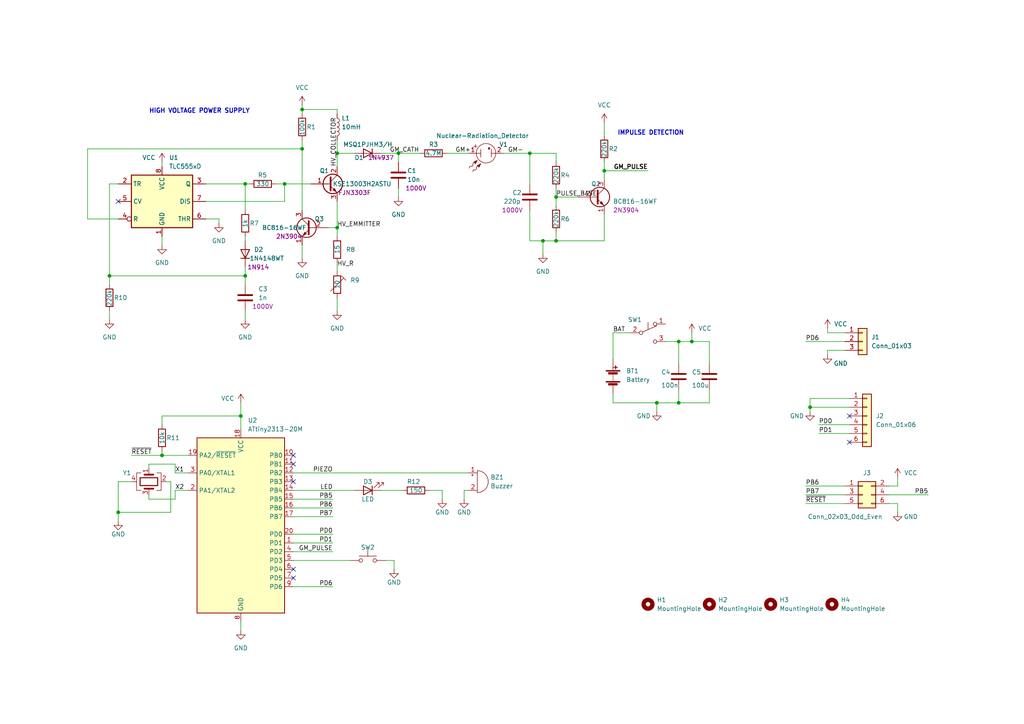
<source format=kicad_sch>
(kicad_sch (version 20211123) (generator eeschema)
  (paper "A4")
  (lib_symbols
    (symbol "Connector_Generic:Conn_01x03" (pin_names (offset 1.016) hide)
      (property "Reference" "J" (at 0 5.08 0))
      (property "Value" "Conn_01x03" (at 0 -5.08 0))
      (symbol "Conn_01x03_1_1"
        (rectangle (start -1.27 -2.413) (end 0 -2.667) (stroke (width 0.1524)))
        (rectangle (start -1.27 0.127) (end 0 -0.127) (stroke (width 0.1524)))
        (rectangle (start -1.27 2.667) (end 0 2.413) (stroke (width 0.1524)))
        (rectangle (start -1.27 3.81) (end 1.27 -3.81) (stroke (width 0.254)) (fill (type background)))
        (pin passive line (at -5.08 2.54 0) (length 3.81) (name "Pin_1") (number "1"))
        (pin passive line (at -5.08 0 0) (length 3.81) (name "Pin_2") (number "2"))
        (pin passive line (at -5.08 -2.54 0) (length 3.81) (name "Pin_3") (number "3"))
      )
    )
    (symbol "Connector_Generic:Conn_01x06" (pin_names (offset 1.016) hide)
      (property "Reference" "J" (at 0 7.62 0))
      (property "Value" "Conn_01x06" (at 0 -10.16 0))
      (symbol "Conn_01x06_1_1"
        (rectangle (start -1.27 -7.493) (end 0 -7.747) (stroke (width 0.1524)))
        (rectangle (start -1.27 -4.953) (end 0 -5.207) (stroke (width 0.1524)))
        (rectangle (start -1.27 -2.413) (end 0 -2.667) (stroke (width 0.1524)))
        (rectangle (start -1.27 0.127) (end 0 -0.127) (stroke (width 0.1524)))
        (rectangle (start -1.27 2.667) (end 0 2.413) (stroke (width 0.1524)))
        (rectangle (start -1.27 5.207) (end 0 4.953) (stroke (width 0.1524)))
        (rectangle (start -1.27 6.35) (end 1.27 -8.89) (stroke (width 0.254)) (fill (type background)))
        (pin passive line (at -5.08 5.08 0) (length 3.81) (name "Pin_1") (number "1"))
        (pin passive line (at -5.08 2.54 0) (length 3.81) (name "Pin_2") (number "2"))
        (pin passive line (at -5.08 0 0) (length 3.81) (name "Pin_3") (number "3"))
        (pin passive line (at -5.08 -2.54 0) (length 3.81) (name "Pin_4") (number "4"))
        (pin passive line (at -5.08 -5.08 0) (length 3.81) (name "Pin_5") (number "5"))
        (pin passive line (at -5.08 -7.62 0) (length 3.81) (name "Pin_6") (number "6"))
      )
    )
    (symbol "Connector_Generic:Conn_02x03_Odd_Even" (pin_names (offset 1.016) hide)
      (property "Reference" "J" (at 1.27 5.08 0))
      (property "Value" "Conn_02x03_Odd_Even" (at 1.27 -5.08 0))
      (symbol "Conn_02x03_Odd_Even_1_1"
        (rectangle (start -1.27 -2.413) (end 0 -2.667) (stroke (width 0.1524)))
        (rectangle (start -1.27 0.127) (end 0 -0.127) (stroke (width 0.1524)))
        (rectangle (start -1.27 2.667) (end 0 2.413) (stroke (width 0.1524)))
        (rectangle (start -1.27 3.81) (end 3.81 -3.81) (stroke (width 0.254)) (fill (type background)))
        (rectangle (start 3.81 -2.413) (end 2.54 -2.667) (stroke (width 0.1524)))
        (rectangle (start 3.81 0.127) (end 2.54 -0.127) (stroke (width 0.1524)))
        (rectangle (start 3.81 2.667) (end 2.54 2.413) (stroke (width 0.1524)))
        (pin passive line (at -5.08 2.54 0) (length 3.81) (name "Pin_1") (number "1"))
        (pin passive line (at 7.62 2.54 180) (length 3.81) (name "Pin_2") (number "2"))
        (pin passive line (at -5.08 0 0) (length 3.81) (name "Pin_3") (number "3"))
        (pin passive line (at 7.62 0 180) (length 3.81) (name "Pin_4") (number "4"))
        (pin passive line (at -5.08 -2.54 0) (length 3.81) (name "Pin_5") (number "5"))
        (pin passive line (at 7.62 -2.54 180) (length 3.81) (name "Pin_6") (number "6"))
      )
    )
    (symbol "Device:Battery" (pin_numbers hide) (pin_names (offset 0) hide)
      (property "Reference" "BT" (at 2.54 2.54 0))
      (property "Value" "Battery" (at 2.54 0 0))
      (symbol "Battery_0_1"
        (rectangle (start -2.032 -1.397) (end 2.032 -1.651) (fill (type outline)))
        (rectangle (start -2.032 1.778) (end 2.032 1.524) (fill (type outline)))
        (rectangle (start -1.3208 -1.9812) (end 1.27 -2.4892) (fill (type outline)))
        (rectangle (start -1.3208 1.1938) (end 1.27 0.6858) (fill (type outline)))
        (polyline (pts (xy 0 -1.524) (xy 0 -1.27)))
        (polyline (pts (xy 0 -1.016) (xy 0 -0.762)))
        (polyline (pts (xy 0 -0.508) (xy 0 -0.254)))
        (polyline (pts (xy 0 0) (xy 0 0.254)))
        (polyline (pts (xy 0 0.508) (xy 0 0.762)))
        (polyline (pts (xy 0 1.778) (xy 0 2.54)))
        (polyline (pts (xy 0.254 2.667) (xy 1.27 2.667)) (stroke (width 0.254)))
        (polyline (pts (xy 0.762 3.175) (xy 0.762 2.159)) (stroke (width 0.254)))
      )
      (symbol "Battery_1_1"
        (pin passive line (at 0 5.08 270) (length 2.54) (name "+") (number "1"))
        (pin passive line (at 0 -5.08 90) (length 2.54) (name "-") (number "2"))
      )
    )
    (symbol "Device:Buzzer" (pin_names (offset 0.0254) hide)
      (property "Reference" "BZ" (at 3.81 1.27 0))
      (property "Value" "Buzzer" (at 3.81 -1.27 0))
      (symbol "Buzzer_0_1"
        (arc (start 0 -3.175) (mid 3.175 0) (end 0 3.175))
        (polyline (pts (xy -1.651 1.905) (xy -1.143 1.905)))
        (polyline (pts (xy -1.397 2.159) (xy -1.397 1.651)))
        (polyline (pts (xy 0 3.175) (xy 0 -3.175)))
      )
      (symbol "Buzzer_1_1"
        (pin passive line (at -2.54 2.54 0) (length 2.54) (name "-") (number "1"))
        (pin passive line (at -2.54 -2.54 0) (length 2.54) (name "+") (number "2"))
      )
    )
    (symbol "Device:C" (pin_numbers hide) (pin_names (offset 0.254))
      (property "Reference" "C" (at 0.635 2.54 0))
      (property "Value" "C" (at 0.635 -2.54 0))
      (symbol "C_0_1"
        (polyline (pts (xy -2.032 -0.762) (xy 2.032 -0.762)) (stroke (width 0.508)))
        (polyline (pts (xy -2.032 0.762) (xy 2.032 0.762)) (stroke (width 0.508)))
      )
      (symbol "C_1_1"
        (pin passive line (at 0 3.81 270) (length 2.794) (name "~") (number "1"))
        (pin passive line (at 0 -3.81 90) (length 2.794) (name "~") (number "2"))
      )
    )
    (symbol "Device:Crystal_GND24" (pin_names (offset 1.016) hide)
      (property "Reference" "Y" (at 3.175 5.08 0))
      (property "Value" "Crystal_GND24" (at 3.175 3.175 0))
      (symbol "Crystal_GND24_0_1"
        (rectangle (start -1.143 2.54) (end 1.143 -2.54) (stroke (width 0.3048)))
        (polyline (pts (xy -2.54 0) (xy -2.032 0)))
        (polyline (pts (xy -2.032 -1.27) (xy -2.032 1.27)) (stroke (width 0.508)))
        (polyline (pts (xy 0 -3.81) (xy 0 -3.556)))
        (polyline (pts (xy 0 3.556) (xy 0 3.81)))
        (polyline (pts (xy 2.032 -1.27) (xy 2.032 1.27)) (stroke (width 0.508)))
        (polyline (pts (xy 2.032 0) (xy 2.54 0)))
        (polyline (pts (xy -2.54 -2.286) (xy -2.54 -3.556) (xy 2.54 -3.556) (xy 2.54 -2.286)))
        (polyline (pts (xy -2.54 2.286) (xy -2.54 3.556) (xy 2.54 3.556) (xy 2.54 2.286)))
      )
      (symbol "Crystal_GND24_1_1"
        (pin passive line (at -3.81 0 0) (length 1.27) (name "1") (number "1"))
        (pin passive line (at 0 5.08 270) (length 1.27) (name "2") (number "2"))
        (pin passive line (at 3.81 0 180) (length 1.27) (name "3") (number "3"))
        (pin passive line (at 0 -5.08 90) (length 1.27) (name "4") (number "4"))
      )
    )
    (symbol "Device:L" (pin_numbers hide) (pin_names (offset 1.016) hide)
      (property "Reference" "L" (at -1.27 0 90))
      (property "Value" "L" (at 1.905 0 90))
      (symbol "L_0_1"
        (arc (start 0 -2.54) (mid 0.635 -1.905) (end 0 -1.27))
        (arc (start 0 -1.27) (mid 0.635 -0.635) (end 0 0))
        (arc (start 0 0) (mid 0.635 0.635) (end 0 1.27))
        (arc (start 0 1.27) (mid 0.635 1.905) (end 0 2.54))
      )
      (symbol "L_1_1"
        (pin passive line (at 0 3.81 270) (length 1.27) (name "1") (number "1"))
        (pin passive line (at 0 -3.81 90) (length 1.27) (name "2") (number "2"))
      )
    )
    (symbol "Device:LED" (pin_numbers hide) (pin_names (offset 1.016) hide)
      (property "Reference" "D" (at 0 2.54 0))
      (property "Value" "LED" (at 0 -2.54 0))
      (symbol "LED_0_1"
        (polyline (pts (xy -1.27 -1.27) (xy -1.27 1.27)) (stroke (width 0.254)))
        (polyline (pts (xy -1.27 0) (xy 1.27 0)))
        (polyline (pts (xy 1.27 -1.27) (xy 1.27 1.27) (xy -1.27 0) (xy 1.27 -1.27)) (stroke (width 0.254)))
        (polyline (pts (xy -3.048 -0.762) (xy -4.572 -2.286) (xy -3.81 -2.286) (xy -4.572 -2.286) (xy -4.572 -1.524)))
        (polyline (pts (xy -1.778 -0.762) (xy -3.302 -2.286) (xy -2.54 -2.286) (xy -3.302 -2.286) (xy -3.302 -1.524)))
      )
      (symbol "LED_1_1"
        (pin passive line (at -3.81 0 0) (length 2.54) (name "K") (number "1"))
        (pin passive line (at 3.81 0 180) (length 2.54) (name "A") (number "2"))
      )
    )
    (symbol "Device:R" (pin_numbers hide) (pin_names (offset 0))
      (property "Reference" "R" (at 2.032 0 90))
      (property "Value" "R" (at 0 0 90))
      (symbol "R_0_1"
        (rectangle (start -1.016 -2.54) (end 1.016 2.54) (stroke (width 0.254)))
      )
      (symbol "R_1_1"
        (pin passive line (at 0 3.81 270) (length 1.27) (name "~") (number "1"))
        (pin passive line (at 0 -3.81 90) (length 1.27) (name "~") (number "2"))
      )
    )
    (symbol "Device:R_Trim" (pin_numbers hide) (pin_names (offset 0))
      (property "Reference" "R" (at 2.54 -2.54 90))
      (property "Value" "R_Trim" (at -2.54 -0.635 90))
      (symbol "R_Trim_0_1"
        (rectangle (start -1.016 -2.54) (end 1.016 2.54) (stroke (width 0.254)))
        (polyline (pts (xy -1.905 -1.905) (xy 1.905 1.905) (xy 2.54 1.27) (xy 1.27 2.54)))
      )
      (symbol "R_Trim_1_1"
        (pin passive line (at 0 3.81 270) (length 1.27) (name "~") (number "1"))
        (pin passive line (at 0 -3.81 90) (length 1.27) (name "~") (number "2"))
      )
    )
    (symbol "Diode:1N914" (pin_numbers hide) (pin_names (offset 1.016) hide)
      (property "Reference" "D" (at 0 2.54 0))
      (property "Value" "1N914" (at 0 -2.54 0))
      (symbol "1N914_0_1"
        (polyline (pts (xy -1.27 1.27) (xy -1.27 -1.27)) (stroke (width 0.254)))
        (polyline (pts (xy 1.27 0) (xy -1.27 0)))
        (polyline (pts (xy 1.27 1.27) (xy 1.27 -1.27) (xy -1.27 0) (xy 1.27 1.27)) (stroke (width 0.254)))
      )
      (symbol "1N914_1_1"
        (pin passive line (at -3.81 0 0) (length 2.54) (name "K") (number "1"))
        (pin passive line (at 3.81 0 180) (length 2.54) (name "A") (number "2"))
      )
    )
    (symbol "Diode:BA158" (pin_numbers hide) (pin_names (offset 1.016) hide)
      (property "Reference" "D" (at 0 2.54 0))
      (property "Value" "BA158" (at 0 -2.54 0))
      (symbol "BA158_0_1"
        (polyline (pts (xy -1.27 1.27) (xy -1.27 -1.27)) (stroke (width 0.254)))
        (polyline (pts (xy 1.27 0) (xy -1.27 0)))
        (polyline (pts (xy 1.27 1.27) (xy 1.27 -1.27) (xy -1.27 0) (xy 1.27 1.27)) (stroke (width 0.254)))
      )
      (symbol "BA158_1_1"
        (pin passive line (at -3.81 0 0) (length 2.54) (name "K") (number "1"))
        (pin passive line (at 3.81 0 180) (length 2.54) (name "A") (number "2"))
      )
    )
    (symbol "MCU_Microchip_ATtiny:ATtiny2313-20M"
      (property "Reference" "U" (at -12.7 26.67 0))
      (property "Value" "ATtiny2313-20M" (at 2.54 -26.67 0))
      (symbol "ATtiny2313-20M_0_1"
        (rectangle (start -12.7 -25.4) (end 12.7 25.4) (stroke (width 0.254)) (fill (type background)))
      )
      (symbol "ATtiny2313-20M_1_1"
        (pin bidirectional line (at 15.24 -5.08 180) (length 2.54) (name "PD1") (number "1"))
        (pin bidirectional line (at 15.24 20.32 180) (length 2.54) (name "PB0") (number "10"))
        (pin bidirectional line (at 15.24 17.78 180) (length 2.54) (name "PB1") (number "11"))
        (pin bidirectional line (at 15.24 15.24 180) (length 2.54) (name "PB2") (number "12"))
        (pin bidirectional line (at 15.24 12.7 180) (length 2.54) (name "PB3") (number "13"))
        (pin bidirectional line (at 15.24 10.16 180) (length 2.54) (name "PB4") (number "14"))
        (pin bidirectional line (at 15.24 7.62 180) (length 2.54) (name "PB5") (number "15"))
        (pin bidirectional line (at 15.24 5.08 180) (length 2.54) (name "PB6") (number "16"))
        (pin bidirectional line (at 15.24 2.54 180) (length 2.54) (name "PB7") (number "17"))
        (pin power_in line (at 0 27.94 270) (length 2.54) (name "VCC") (number "18"))
        (pin bidirectional line (at -15.24 20.32 0) (length 2.54) (name "PA2/~{RESET}") (number "19"))
        (pin bidirectional line (at -15.24 10.16 0) (length 2.54) (name "PA1/XTAL2") (number "2"))
        (pin bidirectional line (at 15.24 -2.54 180) (length 2.54) (name "PD0") (number "20"))
        (pin passive line (at 0 -27.94 90) (length 2.54) hide (name "GND") (number "21"))
        (pin bidirectional line (at -15.24 15.24 0) (length 2.54) (name "PA0/XTAL1") (number "3"))
        (pin bidirectional line (at 15.24 -7.62 180) (length 2.54) (name "PD2") (number "4"))
        (pin bidirectional line (at 15.24 -10.16 180) (length 2.54) (name "PD3") (number "5"))
        (pin bidirectional line (at 15.24 -12.7 180) (length 2.54) (name "PD4") (number "6"))
        (pin bidirectional line (at 15.24 -15.24 180) (length 2.54) (name "PD5") (number "7"))
        (pin power_in line (at 0 -27.94 90) (length 2.54) (name "GND") (number "8"))
        (pin bidirectional line (at 15.24 -17.78 180) (length 2.54) (name "PD6") (number "9"))
      )
    )
    (symbol "Mechanical:MountingHole" (pin_names (offset 1.016))
      (property "Reference" "H" (at 0 5.08 0))
      (property "Value" "MountingHole" (at 0 3.175 0))
      (symbol "MountingHole_0_1"
        (circle (center 0 0) (radius 1.27) (stroke (width 1.27)))
      )
    )
    (symbol "Sensor:Nuclear-Radiation_Detector" (pin_names (offset 0) hide)
      (property "Reference" "V" (at 5.08 1.27 0))
      (property "Value" "Nuclear-Radiation_Detector" (at 5.08 -1.27 0))
      (symbol "Nuclear-Radiation_Detector_0_0"
        (text "+" (at 2.032 3.175 0) (effects (font (size 1.27 1.27))))
      )
      (symbol "Nuclear-Radiation_Detector_0_1"
        (arc (start -2.794 3.302) (mid -2.891 3.713) (end -3.302 3.81))
        (polyline (pts (xy -1.143 -1.524) (xy 1.143 -1.524)))
        (polyline (pts (xy -1.143 1.524) (xy 1.143 1.524)))
        (polyline (pts (xy 0 -1.524) (xy 0 -2.54)))
        (polyline (pts (xy 0 2.54) (xy 0 1.524)))
        (polyline (pts (xy -2.54 3.556) (xy -3.048 3.048) (xy -2.032 2.54) (xy -2.54 3.556)) (fill (type outline)))
        (circle (center 0 0) (radius 2.8194))
        (circle (center 1.397 -0.889) (radius 0.254) (fill (type outline)))
      )
      (symbol "Nuclear-Radiation_Detector_1_1"
        (arc (start -4.826 3.302) (mid -4.923 3.713) (end -5.334 3.81))
        (arc (start -4.826 3.302) (mid -4.729 2.891) (end -4.318 2.794))
        (arc (start -3.81 2.286) (mid -3.907 2.697) (end -4.318 2.794))
        (arc (start -3.81 4.318) (mid -3.907 4.729) (end -4.318 4.826))
        (arc (start -3.81 4.318) (mid -3.713 3.907) (end -3.302 3.81))
        (polyline (pts (xy -3.556 2.54) (xy -4.064 2.032) (xy -3.048 1.524) (xy -3.556 2.54)) (fill (type outline)))
        (pin passive line (at 0 5.08 270) (length 2.54) (name "1") (number "1"))
        (pin passive line (at 0 -5.08 90) (length 2.54) (name "2") (number "2"))
      )
    )
    (symbol "Switch:SW_Push" (pin_numbers hide) (pin_names (offset 1.016) hide)
      (property "Reference" "SW" (at 1.27 2.54 0))
      (property "Value" "SW_Push" (at 0 -1.524 0))
      (symbol "SW_Push_0_1"
        (circle (center -2.032 0) (radius 0.508))
        (polyline (pts (xy 0 1.27) (xy 0 3.048)))
        (polyline (pts (xy 2.54 1.27) (xy -2.54 1.27)))
        (circle (center 2.032 0) (radius 0.508))
        (pin passive line (at -5.08 0 0) (length 2.54) (name "1") (number "1"))
        (pin passive line (at 5.08 0 180) (length 2.54) (name "2") (number "2"))
      )
    )
    (symbol "Switch:SW_Push_SPDT" (pin_names (offset 0) hide)
      (property "Reference" "SW" (at 0 4.318 0))
      (property "Value" "SW_Push_SPDT" (at 0 -5.08 0))
      (symbol "SW_Push_SPDT_0_0"
        (circle (center -2.032 0) (radius 0.508))
        (polyline (pts (xy 0 1.016) (xy 0 3.048)))
        (circle (center 2.032 -2.54) (radius 0.508))
      )
      (symbol "SW_Push_SPDT_0_1"
        (polyline (pts (xy -1.524 0.254) (xy 2.54 2.032)))
        (circle (center 2.032 2.54) (radius 0.508))
      )
      (symbol "SW_Push_SPDT_1_1"
        (pin passive line (at 5.08 2.54 180) (length 2.54) (name "A") (number "1"))
        (pin passive line (at -5.08 0 0) (length 2.54) (name "B") (number "2"))
        (pin passive line (at 5.08 -2.54 180) (length 2.54) (name "C") (number "3"))
      )
    )
    (symbol "Timer:TLC555xD"
      (property "Reference" "U" (at -10.16 8.89 0))
      (property "Value" "TLC555xD" (at 2.54 8.89 0))
      (symbol "TLC555xD_0_0"
        (pin power_in line (at 0 -10.16 90) (length 2.54) (name "GND") (number "1"))
        (pin power_in line (at 0 10.16 270) (length 2.54) (name "VCC") (number "8"))
      )
      (symbol "TLC555xD_0_1"
        (rectangle (start -8.89 -7.62) (end 8.89 7.62) (stroke (width 0.254)) (fill (type background)))
        (rectangle (start -8.89 -7.62) (end 8.89 7.62) (stroke (width 0.254)) (fill (type background)))
      )
      (symbol "TLC555xD_1_1"
        (pin input line (at -12.7 5.08 0) (length 3.81) (name "TR") (number "2"))
        (pin output line (at 12.7 5.08 180) (length 3.81) (name "Q") (number "3"))
        (pin input inverted (at -12.7 -5.08 0) (length 3.81) (name "R") (number "4"))
        (pin input line (at -12.7 0 0) (length 3.81) (name "CV") (number "5"))
        (pin input line (at 12.7 -5.08 180) (length 3.81) (name "THR") (number "6"))
        (pin input line (at 12.7 0 180) (length 3.81) (name "DIS") (number "7"))
      )
    )
    (symbol "Transistor_BJT:2N3904" (pin_names (offset 0) hide)
      (property "Reference" "Q" (at 5.08 1.905 0))
      (property "Value" "2N3904" (at 5.08 0 0))
      (symbol "2N3904_0_1"
        (polyline (pts (xy 0.635 0.635) (xy 2.54 2.54)))
        (polyline (pts (xy 0.635 -0.635) (xy 2.54 -2.54) (xy 2.54 -2.54)))
        (polyline (pts (xy 0.635 1.905) (xy 0.635 -1.905) (xy 0.635 -1.905)) (stroke (width 0.508)))
        (polyline (pts (xy 1.27 -1.778) (xy 1.778 -1.27) (xy 2.286 -2.286) (xy 1.27 -1.778) (xy 1.27 -1.778)) (fill (type outline)))
        (circle (center 1.27 0) (radius 2.8194) (stroke (width 0.254)))
      )
      (symbol "2N3904_1_1"
        (pin passive line (at 2.54 -5.08 90) (length 2.54) (name "E") (number "1"))
        (pin passive line (at -5.08 0 0) (length 5.715) (name "B") (number "2"))
        (pin passive line (at 2.54 5.08 270) (length 2.54) (name "C") (number "3"))
      )
    )
    (symbol "Transistor_BJT:BD249C" (pin_names (offset 0) hide)
      (property "Reference" "Q" (at 6.35 1.905 0))
      (property "Value" "BD249C" (at 6.35 0 0))
      (symbol "BD249C_0_1"
        (polyline (pts (xy 0 0) (xy 0.635 0)))
        (polyline (pts (xy 2.54 2.54) (xy 0.635 0.635)))
        (polyline (pts (xy 0.635 1.905) (xy 0.635 -1.905) (xy 0.635 -1.905)) (stroke (width 0.508)))
        (polyline (pts (xy 2.286 -2.286) (xy 1.778 -1.778) (xy 1.778 -1.778)))
        (polyline (pts (xy 2.54 -2.54) (xy 0.635 -0.635) (xy 1.27 -1.27)) (fill (type outline)))
        (polyline (pts (xy 1.27 -1.778) (xy 1.778 -1.27) (xy 2.286 -2.286) (xy 1.27 -1.778) (xy 1.27 -1.778)) (fill (type outline)))
        (circle (center 1.27 0) (radius 2.8194) (stroke (width 0.3048)))
      )
      (symbol "BD249C_1_1"
        (pin input line (at -5.08 0 0) (length 5.08) (name "B") (number "1"))
        (pin passive line (at 2.54 5.08 270) (length 2.54) (name "C") (number "2"))
        (pin passive line (at 2.54 -5.08 90) (length 2.54) (name "E") (number "3"))
      )
    )
    (symbol "power:GND" (power) (pin_names (offset 0))
      (property "Value" "GND" (at 0 -3.81 0))
      (symbol "GND_0_1"
        (polyline (pts (xy 0 0) (xy 0 -1.27) (xy 1.27 -1.27) (xy 0 -2.54) (xy -1.27 -1.27) (xy 0 -1.27)))
      )
      (symbol "GND_1_1"
        (pin power_in line (at 0 0 270) (length 0) hide (name "GND") (number "1"))
      )
    )
    (symbol "power:VCC" (power) (pin_names (offset 0))
      (property "Value" "VCC" (at 0 3.81 0))
      (symbol "VCC_0_1"
        (polyline (pts (xy -0.762 1.27) (xy 0 2.54)))
        (polyline (pts (xy 0 0) (xy 0 2.54)))
        (polyline (pts (xy 0 2.54) (xy 0.762 1.27)))
      )
      (symbol "VCC_1_1"
        (pin power_in line (at 0 0 90) (length 0) hide (name "VCC") (number "1"))
      )
    )
  )
  (junction (at 87.63 43.18))
  (junction (at 82.55 53.34))
  (junction (at 71.12 80.01))
  (junction (at 87.63 31.75))
  (junction (at 200.66 99.06))
  (junction (at 153.67 44.45))
  (junction (at 31.75 80.01))
  (junction (at 97.79 44.45))
  (junction (at 115.57 44.45))
  (junction (at 161.29 57.15))
  (junction (at 175.26 49.53))
  (junction (at 71.12 53.34))
  (junction (at 196.85 116.84))
  (junction (at 34.29 148.59))
  (junction (at 97.79 66.04))
  (junction (at 157.48 69.85))
  (junction (at 69.85 120.65))
  (junction (at 234.95 118.11))
  (junction (at 196.85 99.06))
  (junction (at 46.99 132.08))
  (junction (at 190.5 116.84))
  (junction (at 161.29 69.85))
  (no_connect (at 85.09 167.64))
  (no_connect (at 85.09 165.1))
  (no_connect (at 246.38 128.27))
  (no_connect (at 246.38 120.65))
  (no_connect (at 85.09 139.7))
  (no_connect (at 85.09 134.62))
  (no_connect (at 85.09 132.08))
  (no_connect (at 34.29 58.42))
  (wire (pts (xy 97.79 66.04) (xy 97.79 58.42)))
  (wire (pts (xy 54.61 142.24) (xy 50.8 142.24)))
  (wire (pts (xy 190.5 116.84) (xy 196.85 116.84)))
  (wire (pts (xy 82.55 53.34) (xy 80.01 53.34)))
  (wire (pts (xy 87.63 43.18) (xy 87.63 60.96)))
  (wire (pts (xy 34.29 148.59) (xy 34.29 139.7)))
  (wire (pts (xy 196.85 99.06) (xy 200.66 99.06)))
  (wire (pts (xy 97.79 66.04) (xy 97.79 68.58)))
  (wire (pts (xy 115.57 44.45) (xy 115.57 46.99)))
  (wire (pts (xy 34.29 53.34) (xy 31.75 53.34)))
  (wire (pts (xy 153.67 69.85) (xy 153.67 60.96)))
  (wire (pts (xy 161.29 54.61) (xy 161.29 57.15)))
  (wire (pts (xy 43.18 144.78) (xy 43.18 143.51)))
  (wire (pts (xy 246.38 115.57) (xy 234.95 115.57)))
  (wire (pts (xy 157.48 69.85) (xy 157.48 73.66)))
  (wire (pts (xy 85.09 160.02) (xy 96.52 160.02)))
  (wire (pts (xy 234.95 119.38) (xy 234.95 118.11)))
  (wire (pts (xy 124.46 142.24) (xy 128.27 142.24)))
  (wire (pts (xy 161.29 44.45) (xy 153.67 44.45)))
  (wire (pts (xy 161.29 67.31) (xy 161.29 69.85)))
  (wire (pts (xy 85.09 144.78) (xy 96.52 144.78)))
  (wire (pts (xy 87.63 43.18) (xy 87.63 40.64)))
  (wire (pts (xy 71.12 53.34) (xy 72.39 53.34)))
  (wire (pts (xy 177.8 104.14) (xy 177.8 96.52)))
  (wire (pts (xy 46.99 68.58) (xy 46.99 71.12)))
  (wire (pts (xy 34.29 151.13) (xy 34.29 148.59)))
  (wire (pts (xy 257.81 146.05) (xy 260.35 146.05)))
  (wire (pts (xy 246.38 123.19) (xy 237.49 123.19)))
  (wire (pts (xy 177.8 96.52) (xy 182.88 96.52)))
  (wire (pts (xy 71.12 80.01) (xy 71.12 82.55)))
  (wire (pts (xy 260.35 146.05) (xy 260.35 148.59)))
  (wire (pts (xy 49.53 148.59) (xy 34.29 148.59)))
  (wire (pts (xy 196.85 116.84) (xy 205.74 116.84)))
  (wire (pts (xy 49.53 139.7) (xy 49.53 148.59)))
  (wire (pts (xy 134.62 142.24) (xy 135.89 142.24)))
  (wire (pts (xy 85.09 147.32) (xy 96.52 147.32)))
  (wire (pts (xy 97.79 44.45) (xy 102.87 44.45)))
  (wire (pts (xy 87.63 31.75) (xy 87.63 33.02)))
  (wire (pts (xy 240.03 102.87) (xy 240.03 101.6)))
  (wire (pts (xy 200.66 99.06) (xy 205.74 99.06)))
  (wire (pts (xy 257.81 143.51) (xy 269.24 143.51)))
  (wire (pts (xy 34.29 139.7) (xy 38.1 139.7)))
  (wire (pts (xy 59.69 58.42) (xy 82.55 58.42)))
  (wire (pts (xy 257.81 140.97) (xy 260.35 140.97)))
  (wire (pts (xy 71.12 80.01) (xy 71.12 77.47)))
  (wire (pts (xy 245.11 143.51) (xy 233.68 143.51)))
  (wire (pts (xy 85.09 142.24) (xy 102.87 142.24)))
  (wire (pts (xy 97.79 40.64) (xy 97.79 44.45)))
  (wire (pts (xy 110.49 44.45) (xy 115.57 44.45)))
  (wire (pts (xy 31.75 90.17) (xy 31.75 92.71)))
  (wire (pts (xy 69.85 116.84) (xy 69.85 120.65)))
  (wire (pts (xy 157.48 69.85) (xy 153.67 69.85)))
  (wire (pts (xy 95.25 66.04) (xy 97.79 66.04)))
  (wire (pts (xy 31.75 80.01) (xy 71.12 80.01)))
  (wire (pts (xy 34.29 63.5) (xy 25.4 63.5)))
  (wire (pts (xy 50.8 144.78) (xy 43.18 144.78)))
  (wire (pts (xy 161.29 57.15) (xy 167.64 57.15)))
  (wire (pts (xy 71.12 90.17) (xy 71.12 92.71)))
  (wire (pts (xy 85.09 154.94) (xy 96.52 154.94)))
  (wire (pts (xy 38.1 132.08) (xy 46.99 132.08)))
  (wire (pts (xy 175.26 69.85) (xy 161.29 69.85)))
  (wire (pts (xy 85.09 149.86) (xy 96.52 149.86)))
  (wire (pts (xy 50.8 137.16) (xy 54.61 137.16)))
  (wire (pts (xy 240.03 95.25) (xy 240.03 96.52)))
  (wire (pts (xy 48.26 139.7) (xy 49.53 139.7)))
  (wire (pts (xy 193.04 99.06) (xy 196.85 99.06)))
  (wire (pts (xy 97.79 76.2) (xy 97.79 78.74)))
  (wire (pts (xy 240.03 101.6) (xy 245.11 101.6)))
  (wire (pts (xy 87.63 71.12) (xy 87.63 74.93)))
  (wire (pts (xy 85.09 157.48) (xy 96.52 157.48)))
  (wire (pts (xy 25.4 63.5) (xy 25.4 43.18)))
  (wire (pts (xy 205.74 99.06) (xy 205.74 105.41)))
  (wire (pts (xy 129.54 44.45) (xy 135.89 44.45)))
  (wire (pts (xy 82.55 58.42) (xy 82.55 53.34)))
  (wire (pts (xy 69.85 180.34) (xy 69.85 182.88)))
  (wire (pts (xy 260.35 140.97) (xy 260.35 138.43)))
  (wire (pts (xy 46.99 132.08) (xy 46.99 130.81)))
  (wire (pts (xy 175.26 35.56) (xy 175.26 39.37)))
  (wire (pts (xy 85.09 162.56) (xy 101.6 162.56)))
  (wire (pts (xy 161.29 57.15) (xy 161.29 59.69)))
  (wire (pts (xy 161.29 46.99) (xy 161.29 44.45)))
  (wire (pts (xy 71.12 68.58) (xy 71.12 69.85)))
  (wire (pts (xy 63.5 63.5) (xy 63.5 64.77)))
  (wire (pts (xy 146.05 44.45) (xy 153.67 44.45)))
  (wire (pts (xy 153.67 44.45) (xy 153.67 53.34)))
  (wire (pts (xy 87.63 31.75) (xy 97.79 31.75)))
  (wire (pts (xy 85.09 170.18) (xy 96.52 170.18)))
  (wire (pts (xy 71.12 53.34) (xy 71.12 60.96)))
  (wire (pts (xy 43.18 135.89) (xy 43.18 134.62)))
  (wire (pts (xy 69.85 120.65) (xy 69.85 124.46)))
  (wire (pts (xy 90.17 53.34) (xy 82.55 53.34)))
  (wire (pts (xy 85.09 137.16) (xy 135.89 137.16)))
  (wire (pts (xy 25.4 43.18) (xy 87.63 43.18)))
  (wire (pts (xy 31.75 53.34) (xy 31.75 80.01)))
  (wire (pts (xy 110.49 142.24) (xy 116.84 142.24)))
  (wire (pts (xy 175.26 46.99) (xy 175.26 49.53)))
  (wire (pts (xy 31.75 80.01) (xy 31.75 82.55)))
  (wire (pts (xy 233.68 146.05) (xy 245.11 146.05)))
  (wire (pts (xy 196.85 116.84) (xy 196.85 113.03)))
  (wire (pts (xy 177.8 116.84) (xy 190.5 116.84)))
  (wire (pts (xy 59.69 53.34) (xy 71.12 53.34)))
  (wire (pts (xy 240.03 96.52) (xy 245.11 96.52)))
  (wire (pts (xy 245.11 140.97) (xy 233.68 140.97)))
  (wire (pts (xy 196.85 99.06) (xy 196.85 105.41)))
  (wire (pts (xy 46.99 46.99) (xy 46.99 48.26)))
  (wire (pts (xy 175.26 49.53) (xy 175.26 52.07)))
  (wire (pts (xy 175.26 62.23) (xy 175.26 69.85)))
  (wire (pts (xy 177.8 114.3) (xy 177.8 116.84)))
  (wire (pts (xy 97.79 86.36) (xy 97.79 90.17)))
  (wire (pts (xy 245.11 99.06) (xy 233.68 99.06)))
  (wire (pts (xy 43.18 134.62) (xy 50.8 134.62)))
  (wire (pts (xy 50.8 134.62) (xy 50.8 137.16)))
  (wire (pts (xy 46.99 120.65) (xy 69.85 120.65)))
  (wire (pts (xy 161.29 69.85) (xy 157.48 69.85)))
  (wire (pts (xy 134.62 144.78) (xy 134.62 142.24)))
  (wire (pts (xy 205.74 116.84) (xy 205.74 113.03)))
  (wire (pts (xy 200.66 96.52) (xy 200.66 99.06)))
  (wire (pts (xy 54.61 132.08) (xy 46.99 132.08)))
  (wire (pts (xy 115.57 54.61) (xy 115.57 57.15)))
  (wire (pts (xy 97.79 44.45) (xy 97.79 48.26)))
  (wire (pts (xy 111.76 162.56) (xy 114.3 162.56)))
  (wire (pts (xy 234.95 115.57) (xy 234.95 118.11)))
  (wire (pts (xy 175.26 49.53) (xy 187.96 49.53)))
  (wire (pts (xy 87.63 30.48) (xy 87.63 31.75)))
  (wire (pts (xy 246.38 125.73) (xy 237.49 125.73)))
  (wire (pts (xy 59.69 63.5) (xy 63.5 63.5)))
  (wire (pts (xy 234.95 118.11) (xy 246.38 118.11)))
  (wire (pts (xy 114.3 162.56) (xy 114.3 165.1)))
  (wire (pts (xy 46.99 123.19) (xy 46.99 120.65)))
  (wire (pts (xy 190.5 116.84) (xy 190.5 119.38)))
  (wire (pts (xy 115.57 44.45) (xy 121.92 44.45)))
  (wire (pts (xy 128.27 144.78) (xy 128.27 142.24)))
  (wire (pts (xy 50.8 142.24) (xy 50.8 144.78)))
  (wire (pts (xy 97.79 31.75) (xy 97.79 33.02)))
  (text "HIGH VOLTAGE POWER SUPPLY" (at 43.18 33.02 0) (effects (font (size 1.27 1.27) (thickness 0.254) bold) (justify left bottom)))
  (text "IMPULSE DETECTION" (at 179.07 39.37 0) (effects (font (size 1.27 1.27) (thickness 0.254) bold) (justify left bottom)))
  (label "X1" (at 50.8 137.16 0))
  (label "PD1" (at 96.52 157.48 180))
  (label "GM+" (at 132.08 44.45 0))
  (label "PD0" (at 237.49 123.19 0))
  (label "PB5" (at 269.24 143.51 180))
  (label "GM_PULSE" (at 96.52 160.02 180))
  (label "X2" (at 50.8 142.24 0))
  (label "HV_EMMITTER" (at 97.79 66.04 0))
  (label "~{RESET}" (at 233.68 146.05 0))
  (label "PB6" (at 233.68 140.97 0))
  (label "PB6" (at 96.52 147.32 180))
  (label "PB7" (at 233.68 143.51 0))
  (label "PB5" (at 96.52 144.78 180))
  (label "PD1" (at 237.49 125.73 0))
  (label "PD0" (at 96.52 154.94 180))
  (label "PIEZO" (at 96.52 137.16 180))
  (label "BAT" (at 177.8 96.52 0))
  (label "PD6" (at 96.52 170.18 180))
  (label "PD6" (at 233.68 99.06 0))
  (label "GM_PULSE" (at 187.96 49.53 180) (effects (font bold)))
  (label "GM_CATH" (at 113.03 44.45 0))
  (label "GM-" (at 147.32 44.45 0))
  (label "~{RESET}" (at 38.1 132.08 0))
  (label "LED" (at 96.52 142.24 180))
  (label "PB7" (at 96.52 149.86 180))
  (label "HV_COLLECTOR" (at 97.79 48.26 90))
  (label "HV_R" (at 97.79 77.47 0))
  (label "PULSE_BASE" (at 161.29 57.15 0))
  (symbol (lib_id "power:VCC") (at 175.26 35.56 0) (unit 1)
    (property "Reference" "#PWR02" (effects hide))
    (property "Value" "VCC" (at 175.26 30.48 0))
  )
  (symbol (lib_id "Device:R") (at 120.65 142.24 90) (unit 1)
    (property "Reference" "R12" (at 121.92 139.7 90) (effects (justify left)))
    (property "Value" "150" (at 120.65 142.24 90))
    (property "Footprint" "Resistor_SMD:R_0603_1608Metric" (effects hide))
  )
  (symbol (lib_id "power:VCC") (at 87.63 30.48 0) (unit 1)
    (property "Reference" "#PWR01" (effects hide))
    (property "Value" "VCC" (at 87.63 25.4 0))
  )
  (symbol (lib_id "Device:R") (at 31.75 86.36 0) (unit 1)
    (property "Reference" "R10" (at 33.02 86.36 0) (effects (justify left)))
    (property "Value" "220k" (at 31.75 88.9 90) (effects (justify left)))
    (property "Footprint" "Resistor_SMD:R_0805_2012Metric" (effects hide))
  )
  (symbol (lib_id "Device:L") (at 97.79 36.83 0) (unit 1)
    (property "Reference" "L1" (at 99.06 34.29 0) (effects (justify left)))
    (property "Value" "10mH" (at 99.06 36.83 0) (effects (justify left)))
    (property "Footprint" "Inductor_SMD:L_Bourns-SRN8040_8x8.15mm" (effects hide))
    (property "Datasheet" "https://www.digikey.com/en/products/detail/w%C3%BCrth-elektronik/74404086103/6598069" (effects hide))
  )
  (symbol (lib_id "Device:R") (at 161.29 63.5 0) (unit 1)
    (property "Reference" "R6" (at 162.56 63.5 0) (effects (justify left)))
    (property "Value" "220k" (at 161.29 66.04 90) (effects (justify left)))
    (property "Footprint" "Resistor_SMD:R_0805_2012Metric" (effects hide))
  )
  (symbol (lib_id "power:GND") (at 71.12 92.71 0) (unit 1)
    (property "Reference" "#PWR011" (effects hide))
    (property "Value" "GND" (at 71.12 97.79 0))
  )
  (symbol (lib_id "Device:R") (at 125.73 44.45 90) (unit 1)
    (property "Reference" "R3" (at 125.73 41.91 90))
    (property "Value" "4.7M" (at 125.73 44.45 90))
    (property "Footprint" "Resistor_SMD:R_1210_3225Metric" (effects hide))
  )
  (symbol (lib_id "MCU_Microchip_ATtiny:ATtiny2313-20M") (at 69.85 152.4 0) (unit 1)
    (property "Reference" "U2" (at 71.8694 121.92 0) (effects (justify left)))
    (property "Value" "ATtiny2313-20M" (at 71.8694 124.46 0) (effects (justify left)))
    (property "Footprint" "Package_DFN_QFN:MLF-20-1EP_4x4mm_P0.5mm_EP2.6x2.6mm" (effects hide))
    (property "Datasheet" "http://ww1.microchip.com/downloads/en/DeviceDoc/Atmel-2543-AVR-ATtiny2313_Datasheet.pdf" (effects hide))
  )
  (symbol (lib_id "power:GND") (at 240.03 102.87 0) (unit 1)
    (property "Reference" "#PWR014" (effects hide))
    (property "Value" "GND" (at 243.84 105.41 0))
  )
  (symbol (lib_id "power:GND") (at 114.3 165.1 0) (unit 1)
    (property "Reference" "#PWR023" (effects hide))
    (property "Value" "GND" (at 114.3 168.91 0))
  )
  (symbol (lib_id "power:GND") (at 115.57 57.15 0) (unit 1)
    (property "Reference" "#PWR04" (effects hide))
    (property "Value" "GND" (at 115.57 62.23 0))
  )
  (symbol (lib_id "power:GND") (at 69.85 182.88 0) (unit 1)
    (property "Reference" "#PWR024" (effects hide))
    (property "Value" "GND" (at 69.85 187.96 0))
  )
  (symbol (lib_id "Device:C") (at 153.67 57.15 0) (unit 1)
    (property "Reference" "C2" (at 148.59 55.88 0) (effects (justify left)))
    (property "Value" "220p" (at 146.05 58.42 0) (effects (justify left)))
    (property "Footprint" "Capacitor_SMD:C_1206_3216Metric" (effects hide))
    (property "Field4" "1000V" (at 148.59 60.96 0))
  )
  (symbol (lib_id "Device:LED") (at 106.68 142.24 180) (unit 1)
    (property "Reference" "D3" (at 106.68 139.7 0))
    (property "Value" "LED" (at 106.68 144.78 0))
    (property "Footprint" "LED_SMD:LED_0603_1608Metric" (effects hide))
  )
  (symbol (lib_id "Device:C") (at 196.85 109.22 0) (unit 1)
    (property "Reference" "C4" (at 191.77 107.95 0) (effects (justify left)))
    (property "Value" "100n" (at 191.77 111.76 0) (effects (justify left)))
    (property "Footprint" "Capacitor_SMD:C_0805_2012Metric" (effects hide))
  )
  (symbol (lib_id "Device:R") (at 97.79 72.39 0) (unit 1)
    (property "Reference" "R8" (at 100.33 72.39 0) (effects (justify left)))
    (property "Value" "15" (at 97.79 73.66 90) (effects (justify left)))
    (property "Footprint" "Resistor_SMD:R_1210_3225Metric" (effects hide))
  )
  (symbol (lib_id "Transistor_BJT:BD249C") (at 95.25 53.34 0) (unit 1)
    (property "Reference" "Q1" (at 92.71 49.53 0) (effects (justify left)))
    (property "Value" "KSE13003H2ASTU" (at 96.52 53.34 0) (effects (justify left)))
    (property "Footprint" "Package_TO_SOT_THT:TO-126-3_Horizontal_TabDown" (effects hide))
    (property "Datasheet" "https://www.digikey.com/en/products/detail/onsemi/KSE13003H2ASTU/1050700" (effects hide))
    (property "Field4" "FJN3303F" (at 102.87 55.88 0))
  )
  (symbol (lib_id "power:GND") (at 46.99 71.12 0) (unit 1)
    (property "Reference" "#PWR06" (effects hide))
    (property "Value" "GND" (at 46.99 76.2 0))
  )
  (symbol (lib_id "Diode:1N914") (at 71.12 73.66 90) (unit 1)
    (property "Reference" "D2" (at 73.66 72.3899 90) (effects (justify right)))
    (property "Value" "1N4148WT" (at 72.39 74.93 90) (effects (justify right)))
    (property "Footprint" "Diode_SMD:D_SOD-523" (effects hide))
    (property "Datasheet" "https://www.digikey.com/en/products/detail/onsemi/1N4148WT/1954014" (effects hide))
    (property "Field4" "1N914" (at 74.93 77.47 90))
  )
  (symbol (lib_id "Diode:BA158") (at 106.68 44.45 180) (unit 1)
    (property "Reference" "D1" (at 104.14 45.72 0))
    (property "Value" "MSQ1PJHM3/H" (at 106.68 41.91 0))
    (property "Footprint" "Library:D_DO-219AD" (effects hide))
    (property "Datasheet" "https://www.digikey.com/en/products/detail/vishay-general-semiconductor-diodes-division/MSQ1PJHM3-H/8126463" (effects hide))
    (property "Field4" "1N4937" (at 110.49 45.72 0))
  )
  (symbol (lib_id "power:GND") (at 31.75 92.71 0) (unit 1)
    (property "Reference" "#PWR010" (effects hide))
    (property "Value" "GND" (at 31.75 97.79 0))
  )
  (symbol (lib_id "Sensor:Nuclear-Radiation_Detector") (at 140.97 44.45 90) (unit 1)
    (property "Reference" "V1" (at 146.05 41.91 90))
    (property "Value" "Nuclear-Radiation_Detector" (at 139.9564 39.37 90))
    (property "Footprint" "Library:Geiger–Müller_tube" (effects hide))
  )
  (symbol (lib_id "Device:C") (at 115.57 50.8 0) (unit 1)
    (property "Reference" "C1" (at 118.11 49.53 0) (effects (justify left)))
    (property "Value" "10n" (at 118.11 52.07 0) (effects (justify left)))
    (property "Footprint" "Capacitor_SMD:C_1206_3216Metric" (effects hide))
    (property "Field4" "1000V" (at 120.65 54.61 0))
  )
  (symbol (lib_id "Device:Buzzer") (at 138.43 139.7 0) (unit 1)
    (property "Reference" "BZ1" (at 142.24 138.4299 0) (effects (justify left)))
    (property "Value" "Buzzer" (at 142.24 140.9699 0) (effects (justify left)))
    (property "Footprint" "Connector_Wire:SolderWire-0.1sqmm_1x02_P3.6mm_D0.4mm_OD1mm" (effects hide))
  )
  (symbol (lib_id "power:GND") (at 128.27 144.78 0) (unit 1)
    (property "Reference" "#PWR019" (effects hide))
    (property "Value" "GND" (at 128.27 148.59 0))
  )
  (symbol (lib_id "Device:R") (at 175.26 43.18 0) (unit 1)
    (property "Reference" "R2" (at 176.53 43.18 0) (effects (justify left)))
    (property "Value" "220k" (at 175.26 45.72 90) (effects (justify left)))
    (property "Footprint" "Resistor_SMD:R_0805_2012Metric" (effects hide))
  )
  (symbol (lib_id "Device:R") (at 87.63 36.83 0) (unit 1)
    (property "Reference" "R1" (at 88.9 36.83 0) (effects (justify left)))
    (property "Value" "100k" (at 87.63 39.37 90) (effects (justify left)))
    (property "Footprint" "Resistor_SMD:R_1210_3225Metric" (effects hide))
  )
  (symbol (lib_id "Device:C") (at 71.12 86.36 0) (unit 1)
    (property "Reference" "C3" (at 74.93 83.82 0) (effects (justify left)))
    (property "Value" "1n" (at 74.93 86.36 0) (effects (justify left)))
    (property "Footprint" "Capacitor_SMD:C_1206_3216Metric" (effects hide))
    (property "Field4" "1000V" (at 76.2 88.9 0))
  )
  (symbol (lib_id "Mechanical:MountingHole") (at 187.96 175.26 0) (unit 1)
    (property "Reference" "H1" (at 190.5 173.9899 0) (effects (justify left)))
    (property "Value" "MountingHole" (at 190.5 176.5299 0) (effects (justify left)))
    (property "Footprint" "MountingHole:MountingHole_2.7mm_M2.5" (effects hide))
  )
  (symbol (lib_id "Switch:SW_Push_SPDT") (at 187.96 96.52 0) (unit 1)
    (property "Reference" "SW1" (at 184.15 92.71 0))
    (property "Value" "SW_Push_SPDT" (effects hide))
    (property "Footprint" "Button_Switch_SMD:SW_SPDT_CK-JS102011SAQN" (effects hide))
    (property "Datasheet" "https://www.digikey.com/en/products/detail/c-k/JS102011SAQN/1640095" (effects hide))
  )
  (symbol (lib_id "Device:Crystal_GND24") (at 43.18 139.7 270) (unit 1)
    (property "Reference" "Y1" (at 35.56 137.16 90) (effects (justify left)))
    (property "Value" "ECS-80-12-33-JGN" (effects hide))
    (property "Footprint" "Crystal:Crystal_SMD_3225-4Pin_3.2x2.5mm" (effects hide))
    (property "Datasheet" "https://www.digikey.com/en/products/detail/ecs-inc/ECS-80-12-33-JGN-TR/10478754" (effects hide))
  )
  (symbol (lib_id "power:VCC") (at 69.85 116.84 0) (unit 1)
    (property "Reference" "#PWR015" (effects hide))
    (property "Value" "VCC" (at 66.04 115.57 0))
  )
  (symbol (lib_id "power:GND") (at 34.29 151.13 0) (unit 1)
    (property "Reference" "#PWR022" (effects hide))
    (property "Value" "GND" (at 34.29 154.94 0))
  )
  (symbol (lib_id "Switch:SW_Push") (at 106.68 162.56 0) (unit 1)
    (property "Reference" "SW2" (at 106.68 158.75 0))
    (property "Value" "SW_Push" (effects hide))
    (property "Footprint" "Button_Switch_SMD:SW_Push_1P1T_NO_CK_KMR2" (effects hide))
  )
  (symbol (lib_id "Mechanical:MountingHole") (at 223.52 175.26 0) (unit 1)
    (property "Reference" "H3" (at 226.06 173.9899 0) (effects (justify left)))
    (property "Value" "MountingHole" (at 226.06 176.5299 0) (effects (justify left)))
    (property "Footprint" "MountingHole:MountingHole_2.7mm_M2.5" (effects hide))
  )
  (symbol (lib_id "power:VCC") (at 240.03 95.25 0) (unit 1)
    (property "Reference" "#PWR012" (effects hide))
    (property "Value" "VCC" (at 243.84 93.98 0))
  )
  (symbol (lib_id "power:GND") (at 260.35 148.59 0) (unit 1)
    (property "Reference" "#PWR021" (effects hide))
    (property "Value" "GND" (at 264.16 149.86 0))
  )
  (symbol (lib_id "Device:R_Trim") (at 97.79 82.55 0) (unit 1)
    (property "Reference" "R9" (at 101.6 81.2799 0) (effects (justify left)))
    (property "Value" "10" (at 97.79 83.82 90) (effects (justify left)))
    (property "Footprint" "Potentiometer_THT:Potentiometer_Vishay_148-149_Single_Vertical" (effects hide))
  )
  (symbol (lib_id "Mechanical:MountingHole") (at 205.74 175.26 0) (unit 1)
    (property "Reference" "H2" (at 208.28 173.9899 0) (effects (justify left)))
    (property "Value" "MountingHole" (at 208.28 176.5299 0) (effects (justify left)))
    (property "Footprint" "MountingHole:MountingHole_2.7mm_M2.5" (effects hide))
  )
  (symbol (lib_id "Device:R") (at 161.29 50.8 0) (unit 1)
    (property "Reference" "R4" (at 162.56 50.8 0) (effects (justify left)))
    (property "Value" "220k" (at 161.29 53.34 90) (effects (justify left)))
    (property "Footprint" "Resistor_SMD:R_0805_2012Metric" (effects hide))
  )
  (symbol (lib_id "power:GND") (at 234.95 119.38 0) (unit 1)
    (property "Reference" "#PWR017" (effects hide))
    (property "Value" "GND" (at 231.14 120.65 0))
  )
  (symbol (lib_id "power:GND") (at 63.5 64.77 0) (unit 1)
    (property "Reference" "#PWR05" (effects hide))
    (property "Value" "GND" (at 63.5 69.85 0))
  )
  (symbol (lib_id "power:GND") (at 134.62 144.78 0) (unit 1)
    (property "Reference" "#PWR020" (effects hide))
    (property "Value" "GND" (at 134.62 148.59 0))
  )
  (symbol (lib_id "Connector_Generic:Conn_01x03") (at 250.19 99.06 0) (unit 1)
    (property "Reference" "J1" (at 252.73 97.7899 0) (effects (justify left)))
    (property "Value" "Conn_01x03" (at 252.73 100.3299 0) (effects (justify left)))
    (property "Footprint" "Connector_PinHeader_2.54mm:PinHeader_1x03_P2.54mm_Horizontal" (effects hide))
  )
  (symbol (lib_id "power:GND") (at 190.5 119.38 0) (unit 1)
    (property "Reference" "#PWR016" (effects hide))
    (property "Value" "GND" (at 186.69 120.65 0))
  )
  (symbol (lib_id "power:GND") (at 87.63 74.93 0) (unit 1)
    (property "Reference" "#PWR08" (effects hide))
    (property "Value" "GND" (at 87.63 80.01 0))
  )
  (symbol (lib_id "Transistor_BJT:2N3904") (at 172.72 57.15 0) (unit 1)
    (property "Reference" "Q2" (at 171.45 53.34 0) (effects (justify left)))
    (property "Value" "BC816-16WF" (at 177.8 58.42 0) (effects (justify left)))
    (property "Footprint" "Package_TO_SOT_SMD:SOT-323_SC-70" (effects hide))
    (property "Datasheet" "https://www.digikey.com/en/products/detail/nexperia-usa-inc/BC816-16WF/10496474" (effects hide))
    (property "Field4" "2N3904" (at 181.61 60.96 0))
  )
  (symbol (lib_id "Mechanical:MountingHole") (at 241.3 175.26 0) (unit 1)
    (property "Reference" "H4" (at 243.84 173.9899 0) (effects (justify left)))
    (property "Value" "MountingHole" (at 243.84 176.5299 0) (effects (justify left)))
    (property "Footprint" "MountingHole:MountingHole_2.7mm_M2.5" (effects hide))
  )
  (symbol (lib_id "Connector_Generic:Conn_02x03_Odd_Even") (at 250.19 143.51 0) (unit 1)
    (property "Reference" "J3" (at 251.46 137.16 0))
    (property "Value" "Conn_02x03_Odd_Even" (at 245.11 149.86 0))
    (property "Footprint" "Connector_PinHeader_2.54mm:PinHeader_2x03_P2.54mm_Horizontal" (effects hide))
  )
  (symbol (lib_id "power:GND") (at 97.79 90.17 0) (unit 1)
    (property "Reference" "#PWR09" (effects hide))
    (property "Value" "GND" (at 97.79 95.25 0))
  )
  (symbol (lib_id "Connector_Generic:Conn_01x06") (at 251.46 120.65 0) (unit 1)
    (property "Reference" "J2" (at 254 120.6499 0) (effects (justify left)))
    (property "Value" "Conn_01x06" (at 254 123.1899 0) (effects (justify left)))
    (property "Footprint" "Connector_PinHeader_2.54mm:PinHeader_1x06_P2.54mm_Horizontal" (effects hide))
  )
  (symbol (lib_id "Device:Battery") (at 177.8 109.22 0) (unit 1)
    (property "Reference" "BT1" (at 181.61 107.5689 0) (effects (justify left)))
    (property "Value" "Battery" (at 181.61 110.1089 0) (effects (justify left)))
    (property "Footprint" "Battery:BatteryHolder_MPD_BC2AAPC_2xAA" (effects hide))
  )
  (symbol (lib_id "power:VCC") (at 200.66 96.52 0) (unit 1)
    (property "Reference" "#PWR013" (effects hide))
    (property "Value" "VCC" (at 204.47 95.25 0))
  )
  (symbol (lib_id "power:GND") (at 157.48 73.66 0) (unit 1)
    (property "Reference" "#PWR07" (effects hide))
    (property "Value" "GND" (at 157.48 78.74 0))
  )
  (symbol (lib_id "Device:R") (at 76.2 53.34 90) (unit 1)
    (property "Reference" "R5" (at 77.47 50.8 90) (effects (justify left)))
    (property "Value" "330" (at 76.2 53.34 90))
    (property "Footprint" "Resistor_SMD:R_0805_2012Metric" (effects hide))
  )
  (symbol (lib_id "Transistor_BJT:2N3904") (at 90.17 66.04 0) (mirror y) (unit 1)
    (property "Reference" "Q3" (at 93.98 63.5 0) (effects (justify left)))
    (property "Value" "BC816-16WF" (at 88.9 66.04 0) (effects (justify left)))
    (property "Footprint" "Package_TO_SOT_SMD:SOT-323_SC-70" (effects hide))
    (property "Datasheet" "https://www.digikey.com/en/products/detail/nexperia-usa-inc/BC816-16WF/10496474" (effects hide))
    (property "Field4" "2N3904" (at 83.82 68.58 0))
  )
  (symbol (lib_id "power:VCC") (at 260.35 138.43 0) (unit 1)
    (property "Reference" "#PWR018" (effects hide))
    (property "Value" "VCC" (at 264.16 137.16 0))
  )
  (symbol (lib_id "Device:R") (at 46.99 127 0) (unit 1)
    (property "Reference" "R11" (at 48.26 127 0) (effects (justify left)))
    (property "Value" "10k" (at 46.99 127 90))
    (property "Footprint" "Resistor_SMD:R_0603_1608Metric" (effects hide))
  )
  (symbol (lib_id "Device:C") (at 205.74 109.22 0) (unit 1)
    (property "Reference" "C5" (at 200.66 107.95 0) (effects (justify left)))
    (property "Value" "100u" (at 200.66 111.76 0) (effects (justify left)))
    (property "Footprint" "Capacitor_SMD:C_1206_3216Metric" (effects hide))
  )
  (symbol (lib_id "Timer:TLC555xD") (at 46.99 58.42 0) (unit 1)
    (property "Reference" "U1" (at 49.0094 45.72 0) (effects (justify left)))
    (property "Value" "TLC555xD" (at 49.0094 48.26 0) (effects (justify left)))
    (property "Footprint" "Package_SO:SOIC-8_3.9x4.9mm_P1.27mm" (effects hide))
    (property "Datasheet" "http://www.ti.com/lit/ds/symlink/tlc555.pdf" (effects hide))
  )
  (symbol (lib_id "power:VCC") (at 46.99 46.99 0) (unit 1)
    (property "Reference" "#PWR03" (effects hide))
    (property "Value" "VCC" (at 43.18 45.72 0))
  )
  (symbol (lib_id "Device:R") (at 71.12 64.77 0) (unit 1)
    (property "Reference" "R7" (at 72.39 64.77 0) (effects (justify left)))
    (property "Value" "1k" (at 71.12 66.04 90) (effects (justify left)))
    (property "Footprint" "Resistor_SMD:R_0805_2012Metric" (effects hide))
  )
)
</source>
